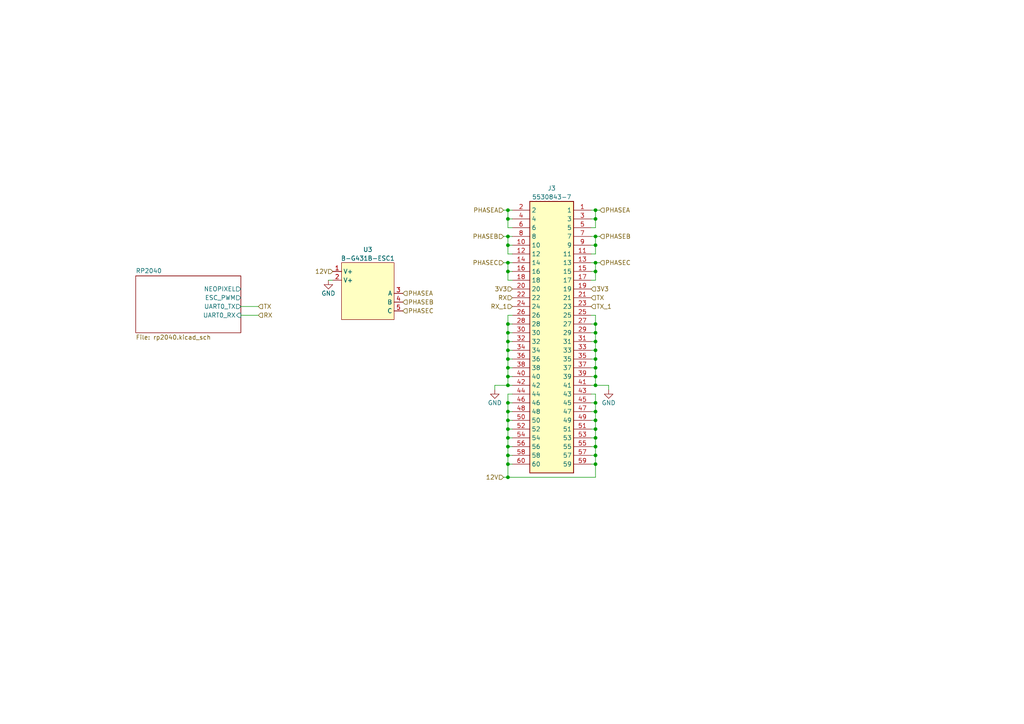
<source format=kicad_sch>
(kicad_sch (version 20230409) (generator eeschema)
  (paper "A4")
  (lib_symbols
    (symbol "B-G431B-ESC1:B-G431B-ESC1"
      (property "Reference" "U" (at -6.35 10.16 0))
      (property "Value" "B-G431B-ESC1" (at 0 -8.89 0))
      (symbol "B-G431B-ESC1_1_1"
        (rectangle (start -7.62 8.89) (end 7.62 -7.62) (fill (type background)))
        (pin power_in line (at -10.16 6.35 0) (length 2.54) (name "V+") (number "1"))
        (pin power_in line (at -10.16 3.81 0) (length 2.54) (name "V+") (number "2"))
        (pin output line (at 10.16 0 180) (length 2.54) (name "A") (number "3"))
        (pin output line (at 10.16 -2.54 180) (length 2.54) (name "B") (number "4"))
        (pin output line (at 10.16 -5.08 180) (length 2.54) (name "C") (number "5"))
      )
    )
    (symbol "Card_Edge:5530843-7"
      (property "Reference" "J" (at 19.05 7.62 0))
      (property "Value" "5530843-7" (at 19.05 5.08 0))
      (symbol "5530843-7_1_1"
        (rectangle (start 5.08 2.54) (end 17.78 -76.2) (stroke (width 0.254)) (fill (type background)))
        (pin passive line (at 22.86 0 180) (length 5.08) (name "1") (number "1"))
        (pin passive line (at 0 -10.16 0) (length 5.08) (name "10") (number "10"))
        (pin passive line (at 22.86 -12.7 180) (length 5.08) (name "11") (number "11"))
        (pin passive line (at 0 -12.7 0) (length 5.08) (name "12") (number "12"))
        (pin passive line (at 22.86 -15.24 180) (length 5.08) (name "13") (number "13"))
        (pin passive line (at 0 -15.24 0) (length 5.08) (name "14") (number "14"))
        (pin passive line (at 22.86 -17.78 180) (length 5.08) (name "15") (number "15"))
        (pin passive line (at 0 -17.78 0) (length 5.08) (name "16") (number "16"))
        (pin passive line (at 22.86 -20.32 180) (length 5.08) (name "17") (number "17"))
        (pin passive line (at 0 -20.32 0) (length 5.08) (name "18") (number "18"))
        (pin passive line (at 22.86 -22.86 180) (length 5.08) (name "19") (number "19"))
        (pin passive line (at 0 0 0) (length 5.08) (name "2") (number "2"))
        (pin passive line (at 0 -22.86 0) (length 5.08) (name "20") (number "20"))
        (pin passive line (at 22.86 -25.4 180) (length 5.08) (name "21") (number "21"))
        (pin passive line (at 0 -25.4 0) (length 5.08) (name "22") (number "22"))
        (pin passive line (at 22.86 -27.94 180) (length 5.08) (name "23") (number "23"))
        (pin passive line (at 0 -27.94 0) (length 5.08) (name "24") (number "24"))
        (pin passive line (at 22.86 -30.48 180) (length 5.08) (name "25") (number "25"))
        (pin passive line (at 0 -30.48 0) (length 5.08) (name "26") (number "26"))
        (pin passive line (at 22.86 -33.02 180) (length 5.08) (name "27") (number "27"))
        (pin passive line (at 0 -33.02 0) (length 5.08) (name "28") (number "28"))
        (pin passive line (at 22.86 -35.56 180) (length 5.08) (name "29") (number "29"))
        (pin passive line (at 22.86 -2.54 180) (length 5.08) (name "3") (number "3"))
        (pin passive line (at 0 -35.56 0) (length 5.08) (name "30") (number "30"))
        (pin passive line (at 22.86 -38.1 180) (length 5.08) (name "31") (number "31"))
        (pin passive line (at 0 -38.1 0) (length 5.08) (name "32") (number "32"))
        (pin passive line (at 22.86 -40.64 180) (length 5.08) (name "33") (number "33"))
        (pin passive line (at 0 -40.64 0) (length 5.08) (name "34") (number "34"))
        (pin passive line (at 22.86 -43.18 180) (length 5.08) (name "35") (number "35"))
        (pin passive line (at 0 -43.18 0) (length 5.08) (name "36") (number "36"))
        (pin passive line (at 22.86 -45.72 180) (length 5.08) (name "37") (number "37"))
        (pin passive line (at 0 -45.72 0) (length 5.08) (name "38") (number "38"))
        (pin passive line (at 22.86 -48.26 180) (length 5.08) (name "39") (number "39"))
        (pin passive line (at 0 -2.54 0) (length 5.08) (name "4") (number "4"))
        (pin passive line (at 0 -48.26 0) (length 5.08) (name "40") (number "40"))
        (pin passive line (at 22.86 -50.8 180) (length 5.08) (name "41") (number "41"))
        (pin passive line (at 0 -50.8 0) (length 5.08) (name "42") (number "42"))
        (pin passive line (at 22.86 -53.34 180) (length 5.08) (name "43") (number "43"))
        (pin passive line (at 0 -53.34 0) (length 5.08) (name "44") (number "44"))
        (pin passive line (at 22.86 -55.88 180) (length 5.08) (name "45") (number "45"))
        (pin passive line (at 0 -55.88 0) (length 5.08) (name "46") (number "46"))
        (pin passive line (at 22.86 -58.42 180) (length 5.08) (name "47") (number "47"))
        (pin passive line (at 0 -58.42 0) (length 5.08) (name "48") (number "48"))
        (pin passive line (at 22.86 -60.96 180) (length 5.08) (name "49") (number "49"))
        (pin passive line (at 22.86 -5.08 180) (length 5.08) (name "5") (number "5"))
        (pin passive line (at 0 -60.96 0) (length 5.08) (name "50") (number "50"))
        (pin passive line (at 22.86 -63.5 180) (length 5.08) (name "51") (number "51"))
        (pin passive line (at 0 -63.5 0) (length 5.08) (name "52") (number "52"))
        (pin passive line (at 22.86 -66.04 180) (length 5.08) (name "53") (number "53"))
        (pin passive line (at 0 -66.04 0) (length 5.08) (name "54") (number "54"))
        (pin passive line (at 22.86 -68.58 180) (length 5.08) (name "55") (number "55"))
        (pin passive line (at 0 -68.58 0) (length 5.08) (name "56") (number "56"))
        (pin passive line (at 22.86 -71.12 180) (length 5.08) (name "57") (number "57"))
        (pin passive line (at 0 -71.12 0) (length 5.08) (name "58") (number "58"))
        (pin passive line (at 22.86 -73.66 180) (length 5.08) (name "59") (number "59"))
        (pin passive line (at 0 -5.08 0) (length 5.08) (name "6") (number "6"))
        (pin passive line (at 0 -73.66 0) (length 5.08) (name "60") (number "60"))
        (pin passive line (at 22.86 -7.62 180) (length 5.08) (name "7") (number "7"))
        (pin passive line (at 0 -7.62 0) (length 5.08) (name "8") (number "8"))
        (pin passive line (at 22.86 -10.16 180) (length 5.08) (name "9") (number "9"))
      )
    )
    (symbol "power:GND" (power) (pin_names (offset 0))
      (property "Value" "GND" (at 0 -3.81 0))
      (symbol "GND_0_1"
        (polyline (pts (xy 0 0) (xy 0 -1.27) (xy 1.27 -1.27) (xy 0 -2.54) (xy -1.27 -1.27) (xy 0 -1.27)))
      )
      (symbol "GND_1_1"
        (pin power_in line (at 0 0 270) (length 0) hide (name "GND") (number "1"))
      )
    )
  )
  (junction (at 147.32 76.2))
  (junction (at 147.32 116.84))
  (junction (at 172.72 78.74))
  (junction (at 147.32 138.43))
  (junction (at 147.32 129.54))
  (junction (at 172.72 60.96))
  (junction (at 147.32 60.96))
  (junction (at 147.32 124.46))
  (junction (at 147.32 109.22))
  (junction (at 172.72 71.12))
  (junction (at 147.32 119.38))
  (junction (at 147.32 71.12))
  (junction (at 172.72 101.6))
  (junction (at 172.72 134.62))
  (junction (at 147.32 78.74))
  (junction (at 147.32 106.68))
  (junction (at 172.72 127))
  (junction (at 172.72 99.06))
  (junction (at 147.32 99.06))
  (junction (at 147.32 134.62))
  (junction (at 172.72 76.2))
  (junction (at 147.32 127))
  (junction (at 147.32 104.14))
  (junction (at 147.32 63.5))
  (junction (at 172.72 104.14))
  (junction (at 172.72 119.38))
  (junction (at 172.72 124.46))
  (junction (at 172.72 116.84))
  (junction (at 172.72 111.76))
  (junction (at 172.72 132.08))
  (junction (at 147.32 111.76))
  (junction (at 172.72 96.52))
  (junction (at 147.32 101.6))
  (junction (at 147.32 121.92))
  (junction (at 147.32 68.58))
  (junction (at 172.72 121.92))
  (junction (at 172.72 109.22))
  (junction (at 172.72 93.98))
  (junction (at 172.72 129.54))
  (junction (at 147.32 132.08))
  (junction (at 147.32 93.98))
  (junction (at 172.72 63.5))
  (junction (at 172.72 68.58))
  (junction (at 172.72 106.68))
  (junction (at 147.32 96.52))
  (wire (pts (xy 146.05 60.96) (xy 147.32 60.96)))
  (wire (pts (xy 147.32 119.38) (xy 148.59 119.38)))
  (wire (pts (xy 147.32 111.76) (xy 143.51 111.76)))
  (wire (pts (xy 147.32 99.06) (xy 147.32 101.6)))
  (wire (pts (xy 147.32 134.62) (xy 147.32 138.43)))
  (wire (pts (xy 147.32 106.68) (xy 148.59 106.68)))
  (wire (pts (xy 172.72 111.76) (xy 176.53 111.76)))
  (wire (pts (xy 172.72 81.28) (xy 171.45 81.28)))
  (wire (pts (xy 143.51 111.76) (xy 143.51 113.03)))
  (wire (pts (xy 147.32 124.46) (xy 147.32 127)))
  (wire (pts (xy 147.32 134.62) (xy 148.59 134.62)))
  (wire (pts (xy 171.45 104.14) (xy 172.72 104.14)))
  (wire (pts (xy 147.32 63.5) (xy 147.32 66.04)))
  (wire (pts (xy 148.59 121.92) (xy 147.32 121.92)))
  (wire (pts (xy 172.72 138.43) (xy 172.72 134.62)))
  (wire (pts (xy 172.72 124.46) (xy 172.72 121.92)))
  (wire (pts (xy 172.72 116.84) (xy 172.72 114.3)))
  (wire (pts (xy 171.45 96.52) (xy 172.72 96.52)))
  (wire (pts (xy 147.32 68.58) (xy 147.32 71.12)))
  (wire (pts (xy 172.72 129.54) (xy 172.72 127)))
  (wire (pts (xy 172.72 132.08) (xy 172.72 129.54)))
  (wire (pts (xy 148.59 91.44) (xy 147.32 91.44)))
  (wire (pts (xy 147.32 132.08) (xy 148.59 132.08)))
  (wire (pts (xy 172.72 60.96) (xy 172.72 63.5)))
  (wire (pts (xy 147.32 124.46) (xy 148.59 124.46)))
  (wire (pts (xy 171.45 68.58) (xy 172.72 68.58)))
  (wire (pts (xy 171.45 127) (xy 172.72 127)))
  (wire (pts (xy 172.72 68.58) (xy 173.99 68.58)))
  (wire (pts (xy 147.32 71.12) (xy 147.32 73.66)))
  (wire (pts (xy 172.72 93.98) (xy 172.72 96.52)))
  (wire (pts (xy 172.72 63.5) (xy 172.72 66.04)))
  (wire (pts (xy 69.85 91.44) (xy 74.93 91.44)))
  (wire (pts (xy 171.45 76.2) (xy 172.72 76.2)))
  (wire (pts (xy 172.72 101.6) (xy 172.72 104.14)))
  (wire (pts (xy 171.45 63.5) (xy 172.72 63.5)))
  (wire (pts (xy 147.32 71.12) (xy 148.59 71.12)))
  (wire (pts (xy 171.45 124.46) (xy 172.72 124.46)))
  (wire (pts (xy 147.32 127) (xy 148.59 127)))
  (wire (pts (xy 147.32 109.22) (xy 147.32 111.76)))
  (wire (pts (xy 146.05 76.2) (xy 147.32 76.2)))
  (wire (pts (xy 172.72 106.68) (xy 172.72 109.22)))
  (wire (pts (xy 172.72 73.66) (xy 171.45 73.66)))
  (wire (pts (xy 172.72 119.38) (xy 172.72 116.84)))
  (wire (pts (xy 172.72 109.22) (xy 172.72 111.76)))
  (wire (pts (xy 147.32 129.54) (xy 147.32 132.08)))
  (wire (pts (xy 146.05 68.58) (xy 147.32 68.58)))
  (wire (pts (xy 171.45 91.44) (xy 172.72 91.44)))
  (wire (pts (xy 147.32 129.54) (xy 148.59 129.54)))
  (wire (pts (xy 147.32 73.66) (xy 148.59 73.66)))
  (wire (pts (xy 172.72 76.2) (xy 172.72 78.74)))
  (wire (pts (xy 147.32 114.3) (xy 147.32 116.84)))
  (wire (pts (xy 147.32 96.52) (xy 148.59 96.52)))
  (wire (pts (xy 148.59 68.58) (xy 147.32 68.58)))
  (wire (pts (xy 147.32 132.08) (xy 147.32 134.62)))
  (wire (pts (xy 172.72 68.58) (xy 172.72 71.12)))
  (wire (pts (xy 147.32 116.84) (xy 148.59 116.84)))
  (wire (pts (xy 172.72 121.92) (xy 172.72 119.38)))
  (wire (pts (xy 147.32 81.28) (xy 148.59 81.28)))
  (wire (pts (xy 172.72 111.76) (xy 171.45 111.76)))
  (wire (pts (xy 147.32 101.6) (xy 147.32 104.14)))
  (wire (pts (xy 172.72 104.14) (xy 172.72 106.68)))
  (wire (pts (xy 172.72 71.12) (xy 172.72 73.66)))
  (wire (pts (xy 147.32 66.04) (xy 148.59 66.04)))
  (wire (pts (xy 171.45 129.54) (xy 172.72 129.54)))
  (wire (pts (xy 172.72 96.52) (xy 172.72 99.06)))
  (wire (pts (xy 147.32 119.38) (xy 147.32 121.92)))
  (wire (pts (xy 171.45 93.98) (xy 172.72 93.98)))
  (wire (pts (xy 148.59 76.2) (xy 147.32 76.2)))
  (wire (pts (xy 171.45 78.74) (xy 172.72 78.74)))
  (wire (pts (xy 147.32 127) (xy 147.32 129.54)))
  (wire (pts (xy 147.32 101.6) (xy 148.59 101.6)))
  (wire (pts (xy 172.72 91.44) (xy 172.72 93.98)))
  (wire (pts (xy 147.32 116.84) (xy 147.32 119.38)))
  (wire (pts (xy 172.72 99.06) (xy 172.72 101.6)))
  (wire (pts (xy 172.72 60.96) (xy 173.99 60.96)))
  (wire (pts (xy 147.32 63.5) (xy 148.59 63.5)))
  (wire (pts (xy 147.32 93.98) (xy 148.59 93.98)))
  (wire (pts (xy 172.72 66.04) (xy 171.45 66.04)))
  (wire (pts (xy 172.72 134.62) (xy 172.72 132.08)))
  (wire (pts (xy 171.45 60.96) (xy 172.72 60.96)))
  (wire (pts (xy 148.59 60.96) (xy 147.32 60.96)))
  (wire (pts (xy 147.32 99.06) (xy 148.59 99.06)))
  (wire (pts (xy 171.45 116.84) (xy 172.72 116.84)))
  (wire (pts (xy 95.25 81.28) (xy 96.52 81.28)))
  (wire (pts (xy 147.32 60.96) (xy 147.32 63.5)))
  (wire (pts (xy 171.45 119.38) (xy 172.72 119.38)))
  (wire (pts (xy 171.45 121.92) (xy 172.72 121.92)))
  (wire (pts (xy 172.72 76.2) (xy 173.99 76.2)))
  (wire (pts (xy 171.45 101.6) (xy 172.72 101.6)))
  (wire (pts (xy 172.72 78.74) (xy 172.72 81.28)))
  (wire (pts (xy 147.32 121.92) (xy 147.32 124.46)))
  (wire (pts (xy 176.53 111.76) (xy 176.53 113.03)))
  (wire (pts (xy 171.45 134.62) (xy 172.72 134.62)))
  (wire (pts (xy 171.45 71.12) (xy 172.72 71.12)))
  (wire (pts (xy 171.45 106.68) (xy 172.72 106.68)))
  (wire (pts (xy 147.32 106.68) (xy 147.32 109.22)))
  (wire (pts (xy 171.45 114.3) (xy 172.72 114.3)))
  (wire (pts (xy 147.32 76.2) (xy 147.32 78.74)))
  (wire (pts (xy 147.32 138.43) (xy 172.72 138.43)))
  (wire (pts (xy 172.72 127) (xy 172.72 124.46)))
  (wire (pts (xy 147.32 93.98) (xy 147.32 96.52)))
  (wire (pts (xy 69.85 88.9) (xy 74.93 88.9)))
  (wire (pts (xy 171.45 132.08) (xy 172.72 132.08)))
  (wire (pts (xy 147.32 104.14) (xy 148.59 104.14)))
  (wire (pts (xy 147.32 78.74) (xy 148.59 78.74)))
  (wire (pts (xy 147.32 78.74) (xy 147.32 81.28)))
  (wire (pts (xy 147.32 109.22) (xy 148.59 109.22)))
  (wire (pts (xy 147.32 104.14) (xy 147.32 106.68)))
  (wire (pts (xy 147.32 111.76) (xy 148.59 111.76)))
  (wire (pts (xy 146.05 138.43) (xy 147.32 138.43)))
  (wire (pts (xy 147.32 91.44) (xy 147.32 93.98)))
  (wire (pts (xy 171.45 99.06) (xy 172.72 99.06)))
  (wire (pts (xy 148.59 114.3) (xy 147.32 114.3)))
  (wire (pts (xy 147.32 96.52) (xy 147.32 99.06)))
  (wire (pts (xy 171.45 109.22) (xy 172.72 109.22)))
  (hierarchical_label "PHASEC" (shape input) (at 116.84 90.17 0))
  (hierarchical_label "PHASEB" (shape input) (at 146.05 68.58 180))
  (hierarchical_label "3V3" (shape input) (at 171.45 83.82 0))
  (hierarchical_label "12V" (shape input) (at 146.05 138.43 180))
  (hierarchical_label "TX" (shape input) (at 171.45 86.36 0))
  (hierarchical_label "TX" (shape input) (at 74.93 88.9 0))
  (hierarchical_label "RX_1" (shape input) (at 148.59 88.9 180))
  (hierarchical_label "PHASEB" (shape input) (at 173.99 68.58 0))
  (hierarchical_label "3V3" (shape input) (at 148.59 83.82 180))
  (hierarchical_label "PHASEC" (shape input) (at 173.99 76.2 0))
  (hierarchical_label "12V" (shape input) (at 96.52 78.74 180))
  (hierarchical_label "RX" (shape input) (at 74.93 91.44 0))
  (hierarchical_label "PHASEA" (shape input) (at 116.84 85.09 0))
  (hierarchical_label "PHASEA" (shape input) (at 173.99 60.96 0))
  (hierarchical_label "PHASEC" (shape input) (at 146.05 76.2 180))
  (hierarchical_label "PHASEA" (shape input) (at 146.05 60.96 180))
  (hierarchical_label "PHASEB" (shape input) (at 116.84 87.63 0))
  (hierarchical_label "TX_1" (shape input) (at 171.45 88.9 0))
  (hierarchical_label "RX" (shape input) (at 148.59 86.36 180))
  (symbol (lib_id "power:GND") (at 95.25 81.28 0) (unit 1)
    (property "Reference" "#PWR029" (effects hide))
    (property "Value" "GND" (at 95.25 85.09 0))
  )
  (symbol (lib_id "Card_Edge:5530843-7") (at 148.59 60.96 0) (unit 1)
    (property "Reference" "J3" (at 160.02 54.61 0))
    (property "Value" "5530843-7" (at 160.02 57.15 0))
    (property "Footprint" "5530843-7_PCB_Edge:TE_5530843-7_PCB_Edge" (effects hide))
    (property "Datasheet" "http://www.te.com/commerce/DocumentDelivery/DDEController?Action=srchrtrv&DocNm=5530843&DocType=Customer+Drawing&DocLang=English" (effects hide))
    (property "Height" "15.494" (effects hide))
    (property "Manufacturer_Name" "TE Connectivity" (effects hide))
    (property "Manufacturer_Part_Number" "5530843-7" (effects hide))
    (property "Mouser Part Number" "571-5530843-7" (effects hide))
    (property "Mouser Price/Stock" "https://www.mouser.co.uk/ProductDetail/TE-Connectivity/5530843-7?qs=CWN9I2qbSLtja0SlxvLT%2FQ%3D%3D" (effects hide))
    (property "Arrow Part Number" "5530843-7" (effects hide))
    (property "Arrow Price/Stock" "https://www.arrow.com/en/products/5530843-7/te-connectivity" (effects hide))
  )
  (symbol (lib_id "B-G431B-ESC1:B-G431B-ESC1") (at 106.68 85.09 0) (unit 1)
    (property "Reference" "U3" (at 106.68 72.39 0))
    (property "Value" "B-G431B-ESC1" (at 106.68 74.93 0))
    (property "Footprint" "B-G431B-ESC1:B-G431B-ESC1_MOUNT" (effects hide))
  )
  (symbol (lib_id "power:GND") (at 176.53 113.03 0) (unit 1)
    (property "Reference" "#PWR028" (effects hide))
    (property "Value" "GND" (at 176.53 116.84 0))
  )
  (symbol (lib_id "power:GND") (at 143.51 113.03 0) (unit 1)
    (property "Reference" "#PWR027" (effects hide))
    (property "Value" "GND" (at 143.51 116.84 0))
  )
  (sheet (at 39.37 80.01) (size 30.48 16.51) (stroke (width 0.1524))
    (property "Sheetname" "RP2040" (at 39.37 79.2984 0) (effects (justify left bottom)))
    (property "Sheetfile" "rp2040.kicad_sch" (at 39.37 97.1046 0) (effects (justify left top)))
    (pin "NEOPIXEL" output (at 69.85 83.82 0))
    (pin "ESC_PWM" output (at 69.85 86.36 0))
    (pin "UART0_TX" output (at 69.85 88.9 0))
    (pin "UART0_RX" input (at 69.85 91.44 0))
  )
)
</source>
